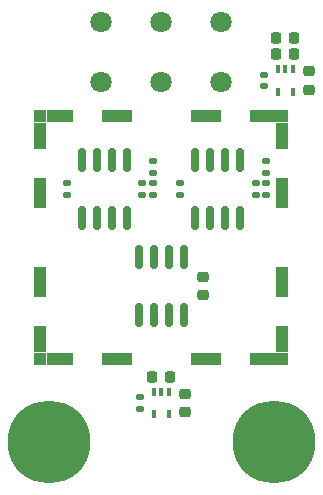
<source format=gbr>
%TF.GenerationSoftware,KiCad,Pcbnew,(5.99.0-12750-ge81b516a82)*%
%TF.CreationDate,2021-11-10T18:22:52+01:00*%
%TF.ProjectId,PrecisionCurrentSource,50726563-6973-4696-9f6e-43757272656e,A*%
%TF.SameCoordinates,Original*%
%TF.FileFunction,Soldermask,Top*%
%TF.FilePolarity,Negative*%
%FSLAX46Y46*%
G04 Gerber Fmt 4.6, Leading zero omitted, Abs format (unit mm)*
G04 Created by KiCad (PCBNEW (5.99.0-12750-ge81b516a82)) date 2021-11-10 18:22:52*
%MOMM*%
%LPD*%
G01*
G04 APERTURE LIST*
G04 Aperture macros list*
%AMRoundRect*
0 Rectangle with rounded corners*
0 $1 Rounding radius*
0 $2 $3 $4 $5 $6 $7 $8 $9 X,Y pos of 4 corners*
0 Add a 4 corners polygon primitive as box body*
4,1,4,$2,$3,$4,$5,$6,$7,$8,$9,$2,$3,0*
0 Add four circle primitives for the rounded corners*
1,1,$1+$1,$2,$3*
1,1,$1+$1,$4,$5*
1,1,$1+$1,$6,$7*
1,1,$1+$1,$8,$9*
0 Add four rect primitives between the rounded corners*
20,1,$1+$1,$2,$3,$4,$5,0*
20,1,$1+$1,$4,$5,$6,$7,0*
20,1,$1+$1,$6,$7,$8,$9,0*
20,1,$1+$1,$8,$9,$2,$3,0*%
G04 Aperture macros list end*
%ADD10RoundRect,0.135000X0.185000X-0.135000X0.185000X0.135000X-0.185000X0.135000X-0.185000X-0.135000X0*%
%ADD11RoundRect,0.140000X0.170000X-0.140000X0.170000X0.140000X-0.170000X0.140000X-0.170000X-0.140000X0*%
%ADD12RoundRect,0.100000X-0.100000X0.225000X-0.100000X-0.225000X0.100000X-0.225000X0.100000X0.225000X0*%
%ADD13RoundRect,0.225000X0.225000X0.250000X-0.225000X0.250000X-0.225000X-0.250000X0.225000X-0.250000X0*%
%ADD14RoundRect,0.225000X0.250000X-0.225000X0.250000X0.225000X-0.250000X0.225000X-0.250000X-0.225000X0*%
%ADD15RoundRect,0.150000X-0.150000X0.825000X-0.150000X-0.825000X0.150000X-0.825000X0.150000X0.825000X0*%
%ADD16R,2.600000X1.000000*%
%ADD17R,1.000000X2.600000*%
%ADD18R,2.300000X1.000000*%
%ADD19R,1.000000X2.300000*%
%ADD20R,1.000000X1.000000*%
%ADD21C,7.000000*%
%ADD22RoundRect,0.135000X-0.185000X0.135000X-0.185000X-0.135000X0.185000X-0.135000X0.185000X0.135000X0*%
%ADD23C,1.800000*%
G04 APERTURE END LIST*
D10*
%TO.C,R2*%
X154900000Y-106610000D03*
X154900000Y-105590000D03*
%TD*%
D11*
%TO.C,C11*%
X144200000Y-124680000D03*
X144200000Y-123720000D03*
%TD*%
D12*
%TO.C,U6*%
X146650000Y-123250000D03*
X146000000Y-123250000D03*
X145350000Y-123250000D03*
X145350000Y-125150000D03*
X146650000Y-125150000D03*
%TD*%
D11*
%TO.C,C5*%
X138000000Y-106580000D03*
X138000000Y-105620000D03*
%TD*%
D13*
%TO.C,C10*%
X146775000Y-122000000D03*
X145225000Y-122000000D03*
%TD*%
D14*
%TO.C,C9*%
X158500000Y-97675000D03*
X158500000Y-96125000D03*
%TD*%
D11*
%TO.C,C8*%
X154700000Y-97380000D03*
X154700000Y-96420000D03*
%TD*%
D12*
%TO.C,U5*%
X157150000Y-95950000D03*
X156500000Y-95950000D03*
X155850000Y-95950000D03*
X155850000Y-97850000D03*
X157150000Y-97850000D03*
%TD*%
D15*
%TO.C,U3*%
X143105000Y-103625000D03*
X141835000Y-103625000D03*
X140565000Y-103625000D03*
X139295000Y-103625000D03*
X139295000Y-108575000D03*
X140565000Y-108575000D03*
X141835000Y-108575000D03*
X143105000Y-108575000D03*
%TD*%
D14*
%TO.C,C13*%
X149500000Y-115075000D03*
X149500000Y-113525000D03*
%TD*%
D11*
%TO.C,C3*%
X147600000Y-106580000D03*
X147600000Y-105620000D03*
%TD*%
D13*
%TO.C,C7*%
X157275000Y-94700000D03*
X155725000Y-94700000D03*
%TD*%
%TO.C,C1*%
X157275000Y-93300000D03*
X155725000Y-93300000D03*
%TD*%
D11*
%TO.C,C4*%
X154000000Y-106580000D03*
X154000000Y-105620000D03*
%TD*%
D15*
%TO.C,U4*%
X147905000Y-111825000D03*
X146635000Y-111825000D03*
X145365000Y-111825000D03*
X144095000Y-111825000D03*
X144095000Y-116775000D03*
X145365000Y-116775000D03*
X146635000Y-116775000D03*
X147905000Y-116775000D03*
%TD*%
D14*
%TO.C,C12*%
X148000000Y-124975000D03*
X148000000Y-123425000D03*
%TD*%
D15*
%TO.C,U2*%
X152705000Y-103625000D03*
X151435000Y-103625000D03*
X150165000Y-103625000D03*
X148895000Y-103625000D03*
X148895000Y-108575000D03*
X150165000Y-108575000D03*
X151435000Y-108575000D03*
X152705000Y-108575000D03*
%TD*%
D16*
%TO.C,J1*%
X142250000Y-120450000D03*
D17*
X135750000Y-113950000D03*
D16*
X149750000Y-99950000D03*
X142250000Y-99950000D03*
D18*
X137400000Y-120450000D03*
D17*
X156250000Y-106450000D03*
D19*
X156250000Y-101600000D03*
X156250000Y-118800000D03*
D20*
X156250000Y-99950000D03*
X135750000Y-120450000D03*
X135750000Y-99950000D03*
D18*
X154600000Y-99950000D03*
D20*
X156250000Y-120450000D03*
D18*
X154600000Y-120450000D03*
D17*
X135750000Y-106450000D03*
D18*
X137400000Y-99950000D03*
D19*
X135750000Y-101600000D03*
D17*
X156250000Y-113950000D03*
D19*
X135750000Y-118800000D03*
D16*
X149750000Y-120450000D03*
%TD*%
D21*
%TO.C,H1*%
X155550000Y-127500000D03*
%TD*%
D10*
%TO.C,R4*%
X145300000Y-106610000D03*
X145300000Y-105590000D03*
%TD*%
D11*
%TO.C,C6*%
X144400000Y-106580000D03*
X144400000Y-105620000D03*
%TD*%
D21*
%TO.C,H2*%
X136500000Y-127500000D03*
%TD*%
D22*
%TO.C,R5*%
X145300000Y-103690000D03*
X145300000Y-104710000D03*
%TD*%
%TO.C,R3*%
X154900000Y-103690000D03*
X154900000Y-104710000D03*
%TD*%
D23*
%TO.C,SW1*%
X151080000Y-97040000D03*
X146000000Y-97040000D03*
X140920000Y-97040000D03*
X151080000Y-91960000D03*
X146000000Y-91960000D03*
X140920000Y-91960000D03*
%TD*%
M02*

</source>
